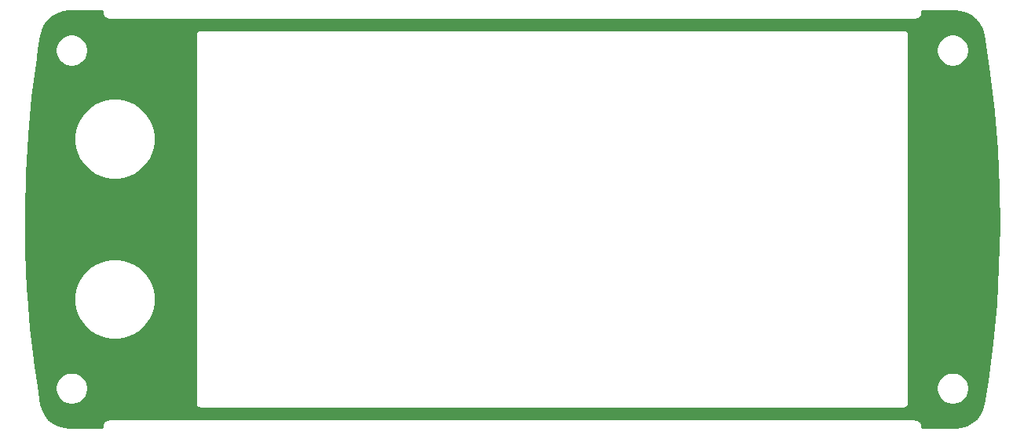
<source format=gbl>
G04 #@! TF.GenerationSoftware,KiCad,Pcbnew,(5.1.4)-1*
G04 #@! TF.CreationDate,2019-12-01T19:22:03+01:00*
G04 #@! TF.ProjectId,dps3005,64707333-3030-4352-9e6b-696361645f70,rev?*
G04 #@! TF.SameCoordinates,PX44300e0PY2cd29c0*
G04 #@! TF.FileFunction,Copper,L2,Bot*
G04 #@! TF.FilePolarity,Positive*
%FSLAX45Y45*%
G04 Gerber Fmt 4.5, Leading zero omitted, Abs format (unit mm)*
G04 Created by KiCad (PCBNEW (5.1.4)-1) date 2019-12-01 19:22:03*
%MOMM*%
%LPD*%
G04 APERTURE LIST*
%ADD10C,0.254000*%
G04 APERTURE END LIST*
D10*
G36*
X867585Y-53336D02*
G01*
X867897Y-56507D01*
X867931Y-57882D01*
X868008Y-58473D01*
X869001Y-65724D01*
X869898Y-69489D01*
X870742Y-73265D01*
X870932Y-73830D01*
X873315Y-80750D01*
X874927Y-84272D01*
X876488Y-87810D01*
X876784Y-88328D01*
X880466Y-94653D01*
X882729Y-97792D01*
X884949Y-100962D01*
X885340Y-101412D01*
X885340Y-101412D01*
X885341Y-101413D01*
X890180Y-106902D01*
X893009Y-109540D01*
X895804Y-112220D01*
X896275Y-112585D01*
X902089Y-117031D01*
X905379Y-119071D01*
X908639Y-121155D01*
X909171Y-121422D01*
X909172Y-121422D01*
X909172Y-121422D01*
X915739Y-124653D01*
X919364Y-126016D01*
X922964Y-127427D01*
X923538Y-127585D01*
X923539Y-127585D01*
X923540Y-127586D01*
X930608Y-129479D01*
X934427Y-130112D01*
X938236Y-130797D01*
X938830Y-130841D01*
X938830Y-130841D01*
X938830Y-130841D01*
X945453Y-131281D01*
X946864Y-131420D01*
X9635096Y-131700D01*
X9636915Y-131521D01*
X9636968Y-131521D01*
X9637562Y-131463D01*
X9638321Y-131383D01*
X9641369Y-131082D01*
X9641482Y-131048D01*
X9644891Y-130688D01*
X9648683Y-129907D01*
X9652483Y-129180D01*
X9653053Y-129007D01*
X9653053Y-129007D01*
X9653054Y-129007D01*
X9660093Y-126823D01*
X9663663Y-125320D01*
X9667247Y-123869D01*
X9667773Y-123589D01*
X9674254Y-120080D01*
X9677461Y-117913D01*
X9680698Y-115792D01*
X9681160Y-115415D01*
X9686835Y-110714D01*
X9689564Y-107962D01*
X9692324Y-105256D01*
X9692704Y-104797D01*
X9697358Y-99083D01*
X9699499Y-95857D01*
X9701682Y-92664D01*
X9701965Y-92139D01*
X9705421Y-85630D01*
X9706894Y-82051D01*
X9708417Y-78492D01*
X9708592Y-77922D01*
X9710718Y-70866D01*
X9711467Y-67070D01*
X9712270Y-63283D01*
X9712332Y-62690D01*
X9713046Y-55355D01*
X9713041Y-47021D01*
X9712985Y-46739D01*
X9712985Y-41183D01*
X10064303Y-41183D01*
X10125832Y-47226D01*
X10183210Y-64559D01*
X10236128Y-92707D01*
X10282571Y-130597D01*
X10320770Y-176787D01*
X10349269Y-229516D01*
X10367529Y-288537D01*
X10368510Y-293629D01*
X10430939Y-705976D01*
X10478951Y-1120355D01*
X10512473Y-1536160D01*
X10531463Y-1952878D01*
X10535898Y-2370010D01*
X10525772Y-2787040D01*
X10501099Y-3203462D01*
X10461908Y-3618770D01*
X10408227Y-4032602D01*
X10369426Y-4277840D01*
X10353230Y-4337489D01*
X10326589Y-4391177D01*
X10290028Y-4438668D01*
X10244939Y-4478154D01*
X10193039Y-4508129D01*
X10136305Y-4527453D01*
X10075190Y-4535618D01*
X10065759Y-4535783D01*
X9712985Y-4535783D01*
X9712985Y-4523630D01*
X9712719Y-4520928D01*
X9712705Y-4519933D01*
X9712635Y-4519341D01*
X9711718Y-4512080D01*
X9710861Y-4508302D01*
X9710057Y-4504519D01*
X9709873Y-4503952D01*
X9707564Y-4497007D01*
X9705990Y-4493471D01*
X9704466Y-4489915D01*
X9704176Y-4489394D01*
X9704175Y-4489394D01*
X9704175Y-4489393D01*
X9700562Y-4483030D01*
X9698330Y-4479866D01*
X9696145Y-4476674D01*
X9695759Y-4476219D01*
X9690977Y-4470679D01*
X9688170Y-4468005D01*
X9685410Y-4465301D01*
X9684944Y-4464931D01*
X9684943Y-4464931D01*
X9684942Y-4464930D01*
X9679176Y-4460424D01*
X9675906Y-4458348D01*
X9672671Y-4456230D01*
X9672141Y-4455958D01*
X9672141Y-4455958D01*
X9672140Y-4455957D01*
X9665609Y-4452657D01*
X9661999Y-4451256D01*
X9658413Y-4449807D01*
X9657840Y-4449643D01*
X9657840Y-4449642D01*
X9657839Y-4449642D01*
X9650791Y-4447673D01*
X9646977Y-4447000D01*
X9643178Y-4446275D01*
X9642585Y-4446225D01*
X9642584Y-4446225D01*
X9642584Y-4446225D01*
X9635741Y-4445697D01*
X9634108Y-4445536D01*
X945674Y-4444373D01*
X942496Y-4444686D01*
X941123Y-4444719D01*
X940532Y-4444796D01*
X933281Y-4445790D01*
X929513Y-4446687D01*
X925739Y-4447531D01*
X925175Y-4447721D01*
X925174Y-4447721D01*
X925173Y-4447721D01*
X918254Y-4450103D01*
X914736Y-4451714D01*
X911194Y-4453276D01*
X910677Y-4453573D01*
X904351Y-4457254D01*
X901209Y-4459520D01*
X898042Y-4461738D01*
X897593Y-4462129D01*
X897592Y-4462129D01*
X897592Y-4462129D01*
X892103Y-4466969D01*
X889462Y-4469800D01*
X886784Y-4472593D01*
X886419Y-4473064D01*
X881974Y-4478878D01*
X879934Y-4482168D01*
X877849Y-4485427D01*
X877583Y-4485960D01*
X877582Y-4485960D01*
X877582Y-4485961D01*
X874351Y-4492527D01*
X872988Y-4496153D01*
X871578Y-4499753D01*
X871419Y-4500327D01*
X871419Y-4500328D01*
X871419Y-4500329D01*
X869525Y-4507397D01*
X868893Y-4511212D01*
X868207Y-4515025D01*
X868164Y-4515619D01*
X867724Y-4522245D01*
X867585Y-4523654D01*
X867585Y-4535783D01*
X515943Y-4535783D01*
X454705Y-4529763D01*
X397324Y-4512423D01*
X344403Y-4484268D01*
X297959Y-4446370D01*
X259761Y-4400173D01*
X231263Y-4347436D01*
X212988Y-4288346D01*
X212401Y-4285346D01*
X183812Y-4096631D01*
X364653Y-4096631D01*
X364653Y-4131369D01*
X371430Y-4165438D01*
X384724Y-4197532D01*
X404022Y-4226415D01*
X428585Y-4250978D01*
X457468Y-4270276D01*
X489562Y-4283570D01*
X523631Y-4290347D01*
X558369Y-4290347D01*
X592438Y-4283570D01*
X624532Y-4270276D01*
X653415Y-4250978D01*
X677978Y-4226415D01*
X697276Y-4197532D01*
X710570Y-4165438D01*
X717347Y-4131369D01*
X717347Y-4096631D01*
X710570Y-4062562D01*
X697276Y-4030468D01*
X677978Y-4001585D01*
X653415Y-3977022D01*
X624532Y-3957724D01*
X592438Y-3944430D01*
X558369Y-3937653D01*
X523631Y-3937653D01*
X489562Y-3944430D01*
X457468Y-3957724D01*
X428585Y-3977022D01*
X404022Y-4001585D01*
X384724Y-4030468D01*
X371430Y-4062562D01*
X364653Y-4096631D01*
X183812Y-4096631D01*
X149913Y-3872858D01*
X101839Y-3458268D01*
X73473Y-3106804D01*
X566422Y-3106804D01*
X566422Y-3193196D01*
X583276Y-3277928D01*
X616337Y-3357744D01*
X664334Y-3429577D01*
X725423Y-3490666D01*
X797255Y-3538663D01*
X877071Y-3571724D01*
X961804Y-3588578D01*
X1048196Y-3588578D01*
X1132929Y-3571724D01*
X1212745Y-3538663D01*
X1284577Y-3490666D01*
X1345666Y-3429577D01*
X1393663Y-3357744D01*
X1426724Y-3277928D01*
X1443578Y-3193196D01*
X1443578Y-3106804D01*
X1426724Y-3022071D01*
X1393663Y-2942255D01*
X1345666Y-2870423D01*
X1284577Y-2809334D01*
X1212745Y-2761337D01*
X1132929Y-2728276D01*
X1048196Y-2711422D01*
X961804Y-2711422D01*
X877071Y-2728276D01*
X797255Y-2761337D01*
X725423Y-2809334D01*
X664334Y-2870423D01*
X616337Y-2942255D01*
X583276Y-3022071D01*
X566422Y-3106804D01*
X73473Y-3106804D01*
X68263Y-3042256D01*
X49226Y-2625319D01*
X44752Y-2207980D01*
X54845Y-1790735D01*
X79334Y-1376804D01*
X566422Y-1376804D01*
X566422Y-1463196D01*
X583276Y-1547928D01*
X616337Y-1627744D01*
X664334Y-1699577D01*
X725423Y-1760666D01*
X797255Y-1808663D01*
X877071Y-1841724D01*
X961804Y-1858578D01*
X1048196Y-1858578D01*
X1132929Y-1841724D01*
X1212745Y-1808663D01*
X1284577Y-1760666D01*
X1345666Y-1699577D01*
X1393663Y-1627744D01*
X1426724Y-1547928D01*
X1443578Y-1463196D01*
X1443578Y-1376804D01*
X1426724Y-1292072D01*
X1393663Y-1212256D01*
X1345666Y-1140423D01*
X1284577Y-1079334D01*
X1212745Y-1031337D01*
X1132929Y-998276D01*
X1048196Y-981422D01*
X961804Y-981422D01*
X877071Y-998276D01*
X797255Y-1031337D01*
X725423Y-1079334D01*
X664334Y-1140423D01*
X616337Y-1212256D01*
X583276Y-1292072D01*
X566422Y-1376804D01*
X79334Y-1376804D01*
X79494Y-1374095D01*
X118669Y-958569D01*
X172340Y-544521D01*
X187819Y-446631D01*
X363653Y-446631D01*
X363653Y-481369D01*
X370430Y-515438D01*
X383724Y-547532D01*
X403022Y-576415D01*
X427585Y-600978D01*
X456468Y-620276D01*
X488562Y-633570D01*
X522631Y-640347D01*
X557369Y-640347D01*
X591438Y-633570D01*
X623532Y-620276D01*
X652415Y-600978D01*
X676978Y-576415D01*
X696276Y-547532D01*
X709570Y-515438D01*
X716347Y-481369D01*
X716347Y-446631D01*
X709570Y-412562D01*
X696276Y-380468D01*
X676978Y-351585D01*
X652415Y-327023D01*
X623532Y-307724D01*
X591438Y-294430D01*
X557369Y-287653D01*
X522631Y-287653D01*
X488562Y-294430D01*
X456468Y-307724D01*
X427585Y-327023D01*
X403022Y-351585D01*
X383724Y-380468D01*
X370430Y-412562D01*
X363653Y-446631D01*
X187819Y-446631D01*
X211151Y-299081D01*
X214977Y-285000D01*
X1877093Y-285000D01*
X1877300Y-287099D01*
X1877300Y-4282902D01*
X1877093Y-4285000D01*
X1877918Y-4293371D01*
X1880359Y-4301420D01*
X1884324Y-4308838D01*
X1889660Y-4315340D01*
X1896162Y-4320676D01*
X1903580Y-4324641D01*
X1911629Y-4327082D01*
X1917223Y-4327633D01*
X1920000Y-4327907D01*
X1922098Y-4327700D01*
X9517902Y-4327700D01*
X9520000Y-4327907D01*
X9522777Y-4327633D01*
X9528371Y-4327082D01*
X9536420Y-4324641D01*
X9543838Y-4320676D01*
X9550340Y-4315340D01*
X9555676Y-4308838D01*
X9559641Y-4301420D01*
X9562082Y-4293371D01*
X9562380Y-4290347D01*
X9562700Y-4287098D01*
X9562700Y-4287098D01*
X9562907Y-4285000D01*
X9562700Y-4282902D01*
X9562700Y-4096631D01*
X9864653Y-4096631D01*
X9864653Y-4131369D01*
X9871430Y-4165438D01*
X9884724Y-4197532D01*
X9904023Y-4226415D01*
X9928586Y-4250978D01*
X9957469Y-4270276D01*
X9989562Y-4283570D01*
X10023631Y-4290347D01*
X10058369Y-4290347D01*
X10092438Y-4283570D01*
X10124532Y-4270276D01*
X10153415Y-4250978D01*
X10177978Y-4226415D01*
X10197276Y-4197532D01*
X10210570Y-4165438D01*
X10217347Y-4131369D01*
X10217347Y-4096631D01*
X10210570Y-4062562D01*
X10197276Y-4030468D01*
X10177978Y-4001585D01*
X10153415Y-3977022D01*
X10124532Y-3957724D01*
X10092438Y-3944430D01*
X10058369Y-3937653D01*
X10023631Y-3937653D01*
X9989562Y-3944430D01*
X9957469Y-3957724D01*
X9928586Y-3977022D01*
X9904023Y-4001585D01*
X9884724Y-4030468D01*
X9871430Y-4062562D01*
X9864653Y-4096631D01*
X9562700Y-4096631D01*
X9562700Y-445631D01*
X9864653Y-445631D01*
X9864653Y-480369D01*
X9871430Y-514438D01*
X9884724Y-546532D01*
X9904023Y-575415D01*
X9928586Y-599978D01*
X9957469Y-619276D01*
X9989562Y-632570D01*
X10023631Y-639347D01*
X10058369Y-639347D01*
X10092438Y-632570D01*
X10124532Y-619276D01*
X10153415Y-599978D01*
X10177978Y-575415D01*
X10197276Y-546532D01*
X10210570Y-514438D01*
X10217347Y-480369D01*
X10217347Y-445631D01*
X10210570Y-411562D01*
X10197276Y-379468D01*
X10177978Y-350585D01*
X10153415Y-326023D01*
X10124532Y-306724D01*
X10092438Y-293430D01*
X10058369Y-286653D01*
X10023631Y-286653D01*
X9989562Y-293430D01*
X9957469Y-306724D01*
X9928586Y-326023D01*
X9904023Y-350585D01*
X9884724Y-379468D01*
X9871430Y-411562D01*
X9864653Y-445631D01*
X9562700Y-445631D01*
X9562700Y-287098D01*
X9562907Y-285000D01*
X9562615Y-282042D01*
X9562082Y-276629D01*
X9559641Y-268580D01*
X9555676Y-261162D01*
X9550340Y-254660D01*
X9549353Y-253851D01*
X9543838Y-249324D01*
X9536420Y-245359D01*
X9528371Y-242918D01*
X9522098Y-242300D01*
X9522098Y-242300D01*
X9520000Y-242093D01*
X9517902Y-242300D01*
X1922098Y-242300D01*
X1920000Y-242093D01*
X1917902Y-242300D01*
X1917902Y-242300D01*
X1911629Y-242918D01*
X1903580Y-245359D01*
X1896162Y-249324D01*
X1889660Y-254660D01*
X1884324Y-261162D01*
X1880359Y-268580D01*
X1877918Y-276629D01*
X1877093Y-285000D01*
X214977Y-285000D01*
X227357Y-239431D01*
X254006Y-185747D01*
X290575Y-138262D01*
X335671Y-98783D01*
X387576Y-68816D01*
X444312Y-49501D01*
X505430Y-41347D01*
X514811Y-41183D01*
X867585Y-41183D01*
X867585Y-53336D01*
X867585Y-53336D01*
G37*
X867585Y-53336D02*
X867897Y-56507D01*
X867931Y-57882D01*
X868008Y-58473D01*
X869001Y-65724D01*
X869898Y-69489D01*
X870742Y-73265D01*
X870932Y-73830D01*
X873315Y-80750D01*
X874927Y-84272D01*
X876488Y-87810D01*
X876784Y-88328D01*
X880466Y-94653D01*
X882729Y-97792D01*
X884949Y-100962D01*
X885340Y-101412D01*
X885340Y-101412D01*
X885341Y-101413D01*
X890180Y-106902D01*
X893009Y-109540D01*
X895804Y-112220D01*
X896275Y-112585D01*
X902089Y-117031D01*
X905379Y-119071D01*
X908639Y-121155D01*
X909171Y-121422D01*
X909172Y-121422D01*
X909172Y-121422D01*
X915739Y-124653D01*
X919364Y-126016D01*
X922964Y-127427D01*
X923538Y-127585D01*
X923539Y-127585D01*
X923540Y-127586D01*
X930608Y-129479D01*
X934427Y-130112D01*
X938236Y-130797D01*
X938830Y-130841D01*
X938830Y-130841D01*
X938830Y-130841D01*
X945453Y-131281D01*
X946864Y-131420D01*
X9635096Y-131700D01*
X9636915Y-131521D01*
X9636968Y-131521D01*
X9637562Y-131463D01*
X9638321Y-131383D01*
X9641369Y-131082D01*
X9641482Y-131048D01*
X9644891Y-130688D01*
X9648683Y-129907D01*
X9652483Y-129180D01*
X9653053Y-129007D01*
X9653053Y-129007D01*
X9653054Y-129007D01*
X9660093Y-126823D01*
X9663663Y-125320D01*
X9667247Y-123869D01*
X9667773Y-123589D01*
X9674254Y-120080D01*
X9677461Y-117913D01*
X9680698Y-115792D01*
X9681160Y-115415D01*
X9686835Y-110714D01*
X9689564Y-107962D01*
X9692324Y-105256D01*
X9692704Y-104797D01*
X9697358Y-99083D01*
X9699499Y-95857D01*
X9701682Y-92664D01*
X9701965Y-92139D01*
X9705421Y-85630D01*
X9706894Y-82051D01*
X9708417Y-78492D01*
X9708592Y-77922D01*
X9710718Y-70866D01*
X9711467Y-67070D01*
X9712270Y-63283D01*
X9712332Y-62690D01*
X9713046Y-55355D01*
X9713041Y-47021D01*
X9712985Y-46739D01*
X9712985Y-41183D01*
X10064303Y-41183D01*
X10125832Y-47226D01*
X10183210Y-64559D01*
X10236128Y-92707D01*
X10282571Y-130597D01*
X10320770Y-176787D01*
X10349269Y-229516D01*
X10367529Y-288537D01*
X10368510Y-293629D01*
X10430939Y-705976D01*
X10478951Y-1120355D01*
X10512473Y-1536160D01*
X10531463Y-1952878D01*
X10535898Y-2370010D01*
X10525772Y-2787040D01*
X10501099Y-3203462D01*
X10461908Y-3618770D01*
X10408227Y-4032602D01*
X10369426Y-4277840D01*
X10353230Y-4337489D01*
X10326589Y-4391177D01*
X10290028Y-4438668D01*
X10244939Y-4478154D01*
X10193039Y-4508129D01*
X10136305Y-4527453D01*
X10075190Y-4535618D01*
X10065759Y-4535783D01*
X9712985Y-4535783D01*
X9712985Y-4523630D01*
X9712719Y-4520928D01*
X9712705Y-4519933D01*
X9712635Y-4519341D01*
X9711718Y-4512080D01*
X9710861Y-4508302D01*
X9710057Y-4504519D01*
X9709873Y-4503952D01*
X9707564Y-4497007D01*
X9705990Y-4493471D01*
X9704466Y-4489915D01*
X9704176Y-4489394D01*
X9704175Y-4489394D01*
X9704175Y-4489393D01*
X9700562Y-4483030D01*
X9698330Y-4479866D01*
X9696145Y-4476674D01*
X9695759Y-4476219D01*
X9690977Y-4470679D01*
X9688170Y-4468005D01*
X9685410Y-4465301D01*
X9684944Y-4464931D01*
X9684943Y-4464931D01*
X9684942Y-4464930D01*
X9679176Y-4460424D01*
X9675906Y-4458348D01*
X9672671Y-4456230D01*
X9672141Y-4455958D01*
X9672141Y-4455958D01*
X9672140Y-4455957D01*
X9665609Y-4452657D01*
X9661999Y-4451256D01*
X9658413Y-4449807D01*
X9657840Y-4449643D01*
X9657840Y-4449642D01*
X9657839Y-4449642D01*
X9650791Y-4447673D01*
X9646977Y-4447000D01*
X9643178Y-4446275D01*
X9642585Y-4446225D01*
X9642584Y-4446225D01*
X9642584Y-4446225D01*
X9635741Y-4445697D01*
X9634108Y-4445536D01*
X945674Y-4444373D01*
X942496Y-4444686D01*
X941123Y-4444719D01*
X940532Y-4444796D01*
X933281Y-4445790D01*
X929513Y-4446687D01*
X925739Y-4447531D01*
X925175Y-4447721D01*
X925174Y-4447721D01*
X925173Y-4447721D01*
X918254Y-4450103D01*
X914736Y-4451714D01*
X911194Y-4453276D01*
X910677Y-4453573D01*
X904351Y-4457254D01*
X901209Y-4459520D01*
X898042Y-4461738D01*
X897593Y-4462129D01*
X897592Y-4462129D01*
X897592Y-4462129D01*
X892103Y-4466969D01*
X889462Y-4469800D01*
X886784Y-4472593D01*
X886419Y-4473064D01*
X881974Y-4478878D01*
X879934Y-4482168D01*
X877849Y-4485427D01*
X877583Y-4485960D01*
X877582Y-4485960D01*
X877582Y-4485961D01*
X874351Y-4492527D01*
X872988Y-4496153D01*
X871578Y-4499753D01*
X871419Y-4500327D01*
X871419Y-4500328D01*
X871419Y-4500329D01*
X869525Y-4507397D01*
X868893Y-4511212D01*
X868207Y-4515025D01*
X868164Y-4515619D01*
X867724Y-4522245D01*
X867585Y-4523654D01*
X867585Y-4535783D01*
X515943Y-4535783D01*
X454705Y-4529763D01*
X397324Y-4512423D01*
X344403Y-4484268D01*
X297959Y-4446370D01*
X259761Y-4400173D01*
X231263Y-4347436D01*
X212988Y-4288346D01*
X212401Y-4285346D01*
X183812Y-4096631D01*
X364653Y-4096631D01*
X364653Y-4131369D01*
X371430Y-4165438D01*
X384724Y-4197532D01*
X404022Y-4226415D01*
X428585Y-4250978D01*
X457468Y-4270276D01*
X489562Y-4283570D01*
X523631Y-4290347D01*
X558369Y-4290347D01*
X592438Y-4283570D01*
X624532Y-4270276D01*
X653415Y-4250978D01*
X677978Y-4226415D01*
X697276Y-4197532D01*
X710570Y-4165438D01*
X717347Y-4131369D01*
X717347Y-4096631D01*
X710570Y-4062562D01*
X697276Y-4030468D01*
X677978Y-4001585D01*
X653415Y-3977022D01*
X624532Y-3957724D01*
X592438Y-3944430D01*
X558369Y-3937653D01*
X523631Y-3937653D01*
X489562Y-3944430D01*
X457468Y-3957724D01*
X428585Y-3977022D01*
X404022Y-4001585D01*
X384724Y-4030468D01*
X371430Y-4062562D01*
X364653Y-4096631D01*
X183812Y-4096631D01*
X149913Y-3872858D01*
X101839Y-3458268D01*
X73473Y-3106804D01*
X566422Y-3106804D01*
X566422Y-3193196D01*
X583276Y-3277928D01*
X616337Y-3357744D01*
X664334Y-3429577D01*
X725423Y-3490666D01*
X797255Y-3538663D01*
X877071Y-3571724D01*
X961804Y-3588578D01*
X1048196Y-3588578D01*
X1132929Y-3571724D01*
X1212745Y-3538663D01*
X1284577Y-3490666D01*
X1345666Y-3429577D01*
X1393663Y-3357744D01*
X1426724Y-3277928D01*
X1443578Y-3193196D01*
X1443578Y-3106804D01*
X1426724Y-3022071D01*
X1393663Y-2942255D01*
X1345666Y-2870423D01*
X1284577Y-2809334D01*
X1212745Y-2761337D01*
X1132929Y-2728276D01*
X1048196Y-2711422D01*
X961804Y-2711422D01*
X877071Y-2728276D01*
X797255Y-2761337D01*
X725423Y-2809334D01*
X664334Y-2870423D01*
X616337Y-2942255D01*
X583276Y-3022071D01*
X566422Y-3106804D01*
X73473Y-3106804D01*
X68263Y-3042256D01*
X49226Y-2625319D01*
X44752Y-2207980D01*
X54845Y-1790735D01*
X79334Y-1376804D01*
X566422Y-1376804D01*
X566422Y-1463196D01*
X583276Y-1547928D01*
X616337Y-1627744D01*
X664334Y-1699577D01*
X725423Y-1760666D01*
X797255Y-1808663D01*
X877071Y-1841724D01*
X961804Y-1858578D01*
X1048196Y-1858578D01*
X1132929Y-1841724D01*
X1212745Y-1808663D01*
X1284577Y-1760666D01*
X1345666Y-1699577D01*
X1393663Y-1627744D01*
X1426724Y-1547928D01*
X1443578Y-1463196D01*
X1443578Y-1376804D01*
X1426724Y-1292072D01*
X1393663Y-1212256D01*
X1345666Y-1140423D01*
X1284577Y-1079334D01*
X1212745Y-1031337D01*
X1132929Y-998276D01*
X1048196Y-981422D01*
X961804Y-981422D01*
X877071Y-998276D01*
X797255Y-1031337D01*
X725423Y-1079334D01*
X664334Y-1140423D01*
X616337Y-1212256D01*
X583276Y-1292072D01*
X566422Y-1376804D01*
X79334Y-1376804D01*
X79494Y-1374095D01*
X118669Y-958569D01*
X172340Y-544521D01*
X187819Y-446631D01*
X363653Y-446631D01*
X363653Y-481369D01*
X370430Y-515438D01*
X383724Y-547532D01*
X403022Y-576415D01*
X427585Y-600978D01*
X456468Y-620276D01*
X488562Y-633570D01*
X522631Y-640347D01*
X557369Y-640347D01*
X591438Y-633570D01*
X623532Y-620276D01*
X652415Y-600978D01*
X676978Y-576415D01*
X696276Y-547532D01*
X709570Y-515438D01*
X716347Y-481369D01*
X716347Y-446631D01*
X709570Y-412562D01*
X696276Y-380468D01*
X676978Y-351585D01*
X652415Y-327023D01*
X623532Y-307724D01*
X591438Y-294430D01*
X557369Y-287653D01*
X522631Y-287653D01*
X488562Y-294430D01*
X456468Y-307724D01*
X427585Y-327023D01*
X403022Y-351585D01*
X383724Y-380468D01*
X370430Y-412562D01*
X363653Y-446631D01*
X187819Y-446631D01*
X211151Y-299081D01*
X214977Y-285000D01*
X1877093Y-285000D01*
X1877300Y-287099D01*
X1877300Y-4282902D01*
X1877093Y-4285000D01*
X1877918Y-4293371D01*
X1880359Y-4301420D01*
X1884324Y-4308838D01*
X1889660Y-4315340D01*
X1896162Y-4320676D01*
X1903580Y-4324641D01*
X1911629Y-4327082D01*
X1917223Y-4327633D01*
X1920000Y-4327907D01*
X1922098Y-4327700D01*
X9517902Y-4327700D01*
X9520000Y-4327907D01*
X9522777Y-4327633D01*
X9528371Y-4327082D01*
X9536420Y-4324641D01*
X9543838Y-4320676D01*
X9550340Y-4315340D01*
X9555676Y-4308838D01*
X9559641Y-4301420D01*
X9562082Y-4293371D01*
X9562380Y-4290347D01*
X9562700Y-4287098D01*
X9562700Y-4287098D01*
X9562907Y-4285000D01*
X9562700Y-4282902D01*
X9562700Y-4096631D01*
X9864653Y-4096631D01*
X9864653Y-4131369D01*
X9871430Y-4165438D01*
X9884724Y-4197532D01*
X9904023Y-4226415D01*
X9928586Y-4250978D01*
X9957469Y-4270276D01*
X9989562Y-4283570D01*
X10023631Y-4290347D01*
X10058369Y-4290347D01*
X10092438Y-4283570D01*
X10124532Y-4270276D01*
X10153415Y-4250978D01*
X10177978Y-4226415D01*
X10197276Y-4197532D01*
X10210570Y-4165438D01*
X10217347Y-4131369D01*
X10217347Y-4096631D01*
X10210570Y-4062562D01*
X10197276Y-4030468D01*
X10177978Y-4001585D01*
X10153415Y-3977022D01*
X10124532Y-3957724D01*
X10092438Y-3944430D01*
X10058369Y-3937653D01*
X10023631Y-3937653D01*
X9989562Y-3944430D01*
X9957469Y-3957724D01*
X9928586Y-3977022D01*
X9904023Y-4001585D01*
X9884724Y-4030468D01*
X9871430Y-4062562D01*
X9864653Y-4096631D01*
X9562700Y-4096631D01*
X9562700Y-445631D01*
X9864653Y-445631D01*
X9864653Y-480369D01*
X9871430Y-514438D01*
X9884724Y-546532D01*
X9904023Y-575415D01*
X9928586Y-599978D01*
X9957469Y-619276D01*
X9989562Y-632570D01*
X10023631Y-639347D01*
X10058369Y-639347D01*
X10092438Y-632570D01*
X10124532Y-619276D01*
X10153415Y-599978D01*
X10177978Y-575415D01*
X10197276Y-546532D01*
X10210570Y-514438D01*
X10217347Y-480369D01*
X10217347Y-445631D01*
X10210570Y-411562D01*
X10197276Y-379468D01*
X10177978Y-350585D01*
X10153415Y-326023D01*
X10124532Y-306724D01*
X10092438Y-293430D01*
X10058369Y-286653D01*
X10023631Y-286653D01*
X9989562Y-293430D01*
X9957469Y-306724D01*
X9928586Y-326023D01*
X9904023Y-350585D01*
X9884724Y-379468D01*
X9871430Y-411562D01*
X9864653Y-445631D01*
X9562700Y-445631D01*
X9562700Y-287098D01*
X9562907Y-285000D01*
X9562615Y-282042D01*
X9562082Y-276629D01*
X9559641Y-268580D01*
X9555676Y-261162D01*
X9550340Y-254660D01*
X9549353Y-253851D01*
X9543838Y-249324D01*
X9536420Y-245359D01*
X9528371Y-242918D01*
X9522098Y-242300D01*
X9522098Y-242300D01*
X9520000Y-242093D01*
X9517902Y-242300D01*
X1922098Y-242300D01*
X1920000Y-242093D01*
X1917902Y-242300D01*
X1917902Y-242300D01*
X1911629Y-242918D01*
X1903580Y-245359D01*
X1896162Y-249324D01*
X1889660Y-254660D01*
X1884324Y-261162D01*
X1880359Y-268580D01*
X1877918Y-276629D01*
X1877093Y-285000D01*
X214977Y-285000D01*
X227357Y-239431D01*
X254006Y-185747D01*
X290575Y-138262D01*
X335671Y-98783D01*
X387576Y-68816D01*
X444312Y-49501D01*
X505430Y-41347D01*
X514811Y-41183D01*
X867585Y-41183D01*
X867585Y-53336D01*
M02*

</source>
